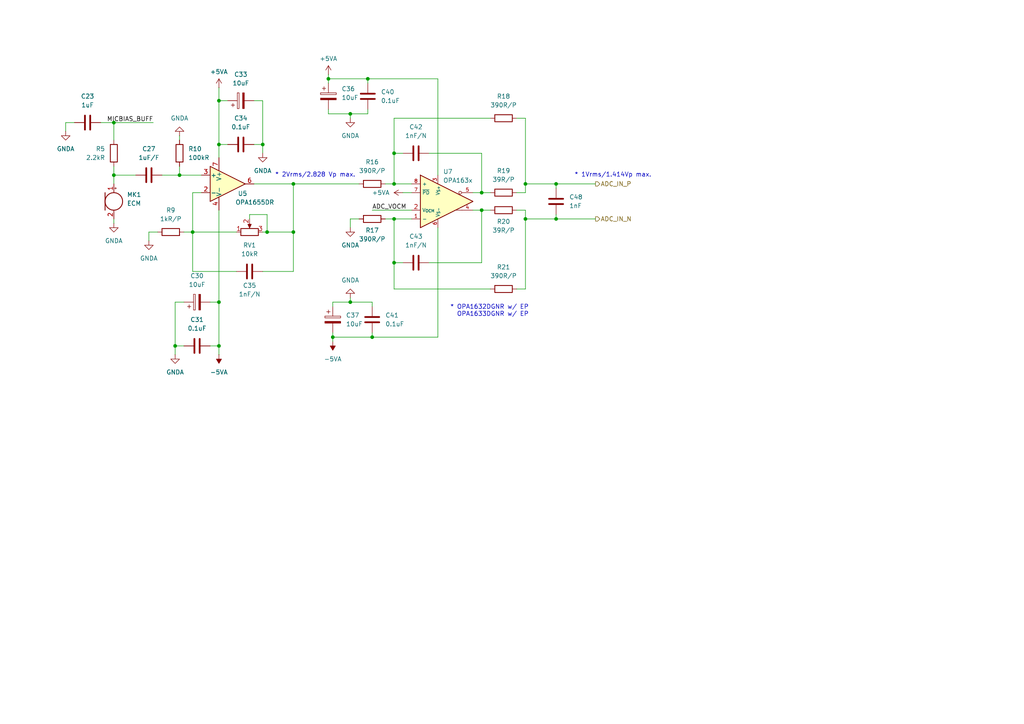
<source format=kicad_sch>
(kicad_sch (version 20250114) (generator "eeschema") (generator_version "9.0")
  (paper "A4")
  (lib_symbols
    (symbol "Amplifier_Difference:THS4521ID"
      (property "Reference" "U" (at 0 6.35 0))
      (property "Value" "THS4521ID" (at 10.16 -6.35 0))
      (symbol "THS4521ID_0_1"
        (polyline (pts (xy 4.4704 -2.54) (xy 2.54 -2.54)))
      )
      (symbol "THS4521ID_1_1"
        (polyline (pts (xy -7.62 7.62) (xy -7.62 -7.62) (xy 7.62 0) (xy -7.62 7.62)) (stroke (width 0.254)) (fill (type background)))
        (circle (center 3.937 2.54) (radius 0.4064))
        (pin input line (at -10.16 5.08 0) (length 2.54) (name "+") (number "8"))
        (pin input line (at -10.16 2.54 0) (length 2.54) (name "~{PD}") (number "7"))
        (pin input line (at -10.16 -2.54 0) (length 2.54) (name "V_{OCM}") (number "2"))
        (pin input line (at -10.16 -5.08 0) (length 2.54) (name "-") (number "1"))
        (pin power_in line (at -2.54 7.62 270) (length 2.54) (name "V_{S+}") (number "3"))
        (pin power_in line (at -2.54 -7.62 90) (length 2.54) (name "V_{S-}") (number "6"))
        (pin output line (at 7.62 2.54 180) (length 3.175) (name "") (number "5"))
        (pin output line (at 7.62 -2.54 180) (length 3.175) (name "") (number "4"))
      )
    )
    (symbol "Amplifier_Operational:OPA1641" (pin_names (offset 0.127))
      (property "Reference" "U" (at 3.81 3.81 0))
      (property "Value" "OPA1641" (at 3.81 -3.81 0))
      (symbol "OPA1641_0_1"
        (polyline (pts (xy 5.08 0) (xy -5.08 5.08) (xy -5.08 -5.08) (xy 5.08 0)) (stroke (width 0.254)) (fill (type background)))
      )
      (symbol "OPA1641_1_1"
        (pin input line (at -7.62 2.54 0) (length 2.54) (name "+") (number "3"))
        (pin input line (at -7.62 -2.54 0) (length 2.54) (name "-") (number "2"))
        (pin no_connect line (at -5.08 -2.54 90) (length 2.54) (hide yes) (name "NC") (number "8"))
        (pin power_in line (at -2.54 7.62 270) (length 3.81) (name "V+") (number "7"))
        (pin no_connect line (at -2.54 -2.54 90) (length 2.54) (hide yes) (name "NC") (number "1"))
        (pin power_in line (at -2.54 -7.62 90) (length 3.81) (name "V-") (number "4"))
        (pin no_connect line (at 0 -2.54 90) (length 2.54) (hide yes) (name "NC") (number "5"))
        (pin output line (at 7.62 0 180) (length 2.54) (name "~") (number "6"))
      )
    )
    (symbol "Device:C" (pin_numbers (hide yes)) (pin_names (offset 0.254))
      (property "Reference" "C" (at 0.635 2.54 0))
      (property "Value" "C" (at 0.635 -2.54 0))
      (symbol "C_0_1"
        (polyline (pts (xy -2.032 0.762) (xy 2.032 0.762)) (stroke (width 0.508)))
        (polyline (pts (xy -2.032 -0.762) (xy 2.032 -0.762)) (stroke (width 0.508)))
      )
      (symbol "C_1_1"
        (pin passive line (at 0 3.81 270) (length 2.794) (name "~") (number "1"))
        (pin passive line (at 0 -3.81 90) (length 2.794) (name "~") (number "2"))
      )
    )
    (symbol "Device:C_Polarized" (pin_numbers (hide yes)) (pin_names (offset 0.254))
      (property "Reference" "C" (at 0.635 2.54 0))
      (property "Value" "C_Polarized" (at 0.635 -2.54 0))
      (symbol "C_Polarized_0_1"
        (rectangle (start -2.286 0.508) (end 2.286 1.016))
        (polyline (pts (xy -1.778 2.286) (xy -0.762 2.286)))
        (polyline (pts (xy -1.27 2.794) (xy -1.27 1.778)))
        (rectangle (start 2.286 -0.508) (end -2.286 -1.016) (fill (type outline)))
      )
      (symbol "C_Polarized_1_1"
        (pin passive line (at 0 3.81 270) (length 2.794) (name "~") (number "1"))
        (pin passive line (at 0 -3.81 90) (length 2.794) (name "~") (number "2"))
      )
    )
    (symbol "Device:Microphone" (pin_names (offset 0.0254) (hide yes))
      (property "Reference" "MK1" (at 3.81 1.9686 0))
      (property "Value" "ECM" (at 3.81 -0.5714 0))
      (symbol "Microphone_0_1"
        (polyline (pts (xy -2.54 2.54) (xy -2.54 -2.54)) (stroke (width 0.254)))
        (circle (center 0 0) (radius 2.54) (stroke (width 0.254)))
        (polyline (pts (xy 0.254 3.81) (xy 0.762 3.81)))
        (polyline (pts (xy 0.508 4.064) (xy 0.508 3.556)))
      )
      (symbol "Microphone_1_1"
        (pin passive line (at 0 5.08 270) (length 2.54) (name "+") (number "1"))
        (pin passive line (at 0 -5.08 90) (length 2.54) (name "-") (number "2"))
      )
    )
    (symbol "Device:R" (pin_numbers (hide yes)) (pin_names (offset 0))
      (property "Reference" "R" (at 2.032 0 90))
      (property "Value" "R" (at 0 0 90))
      (symbol "R_0_1"
        (rectangle (start -1.016 -2.54) (end 1.016 2.54) (stroke (width 0.254)))
      )
      (symbol "R_1_1"
        (pin passive line (at 0 3.81 270) (length 1.27) (name "~") (number "1"))
        (pin passive line (at 0 -3.81 90) (length 1.27) (name "~") (number "2"))
      )
    )
    (symbol "Device:R_Potentiometer" (pin_names (offset 1.016) (hide yes))
      (property "Reference" "RV" (at -4.445 0 90))
      (property "Value" "R_Potentiometer" (at -2.54 0 90))
      (symbol "R_Potentiometer_0_1"
        (rectangle (start 1.016 2.54) (end -1.016 -2.54) (stroke (width 0.254)))
        (polyline (pts (xy 1.143 0) (xy 2.286 0.508) (xy 2.286 -0.508) (xy 1.143 0)) (fill (type outline)))
        (polyline (pts (xy 2.54 0) (xy 1.524 0)))
      )
      (symbol "R_Potentiometer_1_1"
        (pin passive line (at 0 3.81 270) (length 1.27) (name "1") (number "1"))
        (pin passive line (at 0 -3.81 90) (length 1.27) (name "3") (number "3"))
        (pin passive line (at 3.81 0 180) (length 1.27) (name "2") (number "2"))
      )
    )
    (symbol "power:+5VA" (power) (pin_numbers (hide yes)) (pin_names (offset 0) (hide yes))
      (property "Value" "+5VA" (at 0 3.556 0))
      (symbol "+5VA_0_1"
        (polyline (pts (xy -0.762 1.27) (xy 0 2.54)))
        (polyline (pts (xy 0 2.54) (xy 0.762 1.27)))
        (polyline (pts (xy 0 0) (xy 0 2.54)))
      )
      (symbol "+5VA_1_1"
        (pin power_in line (at 0 0 90) (length 0) (name "~") (number "1"))
      )
    )
    (symbol "power:-5VA" (power) (pin_numbers (hide yes)) (pin_names (offset 0) (hide yes))
      (property "Value" "-5VA" (at 0 3.556 0))
      (symbol "-5VA_0_0"
        (pin power_in line (at 0 0 90) (length 0) (name "~") (number "1"))
      )
      (symbol "-5VA_0_1"
        (polyline (pts (xy 0 0) (xy 0 1.27) (xy 0.762 1.27) (xy 0 2.54) (xy -0.762 1.27) (xy 0 1.27)) (fill (type outline)))
      )
    )
    (symbol "power:GNDA" (power) (pin_numbers (hide yes)) (pin_names (offset 0) (hide yes))
      (property "Value" "GNDA" (at 0 -3.81 0))
      (symbol "GNDA_0_1"
        (polyline (pts (xy 0 0) (xy 0 -1.27) (xy 1.27 -1.27) (xy 0 -2.54) (xy -1.27 -1.27) (xy 0 -1.27)))
      )
      (symbol "GNDA_1_1"
        (pin power_in line (at 0 0 270) (length 0) (name "~") (number "1"))
      )
    )
  )
  (text "* OPA1632DGNR w/ EP\n  OPA1633DGNR w/ EP" (at 130.556 90.17 0) (effects (font (size 1.27 1.27)) (justify left)))
  (text "* 1Vrms/1.414Vp max." (at 177.8 50.8 0) (effects (font (size 1.27 1.27))))
  (text "* 2Vrms/2.828 Vp max." (at 91.44 50.8 0) (effects (font (size 1.27 1.27))))
  (junction (at 114.3 63.5))
  (junction (at 63.5 29.21))
  (junction (at 63.5 87.63))
  (junction (at 114.3 44.45))
  (junction (at 139.7 60.96))
  (junction (at 114.3 53.34))
  (junction (at 95.25 22.86))
  (junction (at 152.4 53.34))
  (junction (at 52.07 50.8))
  (junction (at 85.09 53.34))
  (junction (at 50.8 100.33))
  (junction (at 101.6 33.02))
  (junction (at 139.7 55.88))
  (junction (at 152.4 63.5))
  (junction (at 33.02 50.8))
  (junction (at 85.09 67.31))
  (junction (at 33.02 35.56))
  (junction (at 106.68 22.86))
  (junction (at 96.52 97.79))
  (junction (at 63.5 41.91))
  (junction (at 76.2 41.91))
  (junction (at 101.6 87.63))
  (junction (at 77.47 67.31))
  (junction (at 55.88 67.31))
  (junction (at 161.29 63.5))
  (junction (at 63.5 100.33))
  (junction (at 114.3 76.2))
  (junction (at 107.95 97.79))
  (junction (at 161.29 53.34))
  (wire (pts (xy 73.66 53.34) (xy 85.09 53.34)))
  (wire (pts (xy 63.5 100.33) (xy 63.5 102.87)))
  (wire (pts (xy 63.5 87.63) (xy 63.5 100.33)))
  (wire (pts (xy 116.84 44.45) (xy 114.3 44.45)))
  (wire (pts (xy 114.3 34.29) (xy 114.3 44.45)))
  (wire (pts (xy 63.5 25.4) (xy 63.5 29.21)))
  (wire (pts (xy 33.02 48.26) (xy 33.02 50.8)))
  (wire (pts (xy 114.3 44.45) (xy 114.3 53.34)))
  (wire (pts (xy 127 22.86) (xy 127 50.8)))
  (wire (pts (xy 52.07 39.37) (xy 52.07 40.64)))
  (wire (pts (xy 72.39 63.5) (xy 72.39 62.23)))
  (wire (pts (xy 114.3 53.34) (xy 119.38 53.34)))
  (wire (pts (xy 149.86 83.82) (xy 152.4 83.82)))
  (wire (pts (xy 29.21 35.56) (xy 33.02 35.56)))
  (wire (pts (xy 152.4 53.34) (xy 161.29 53.34)))
  (wire (pts (xy 142.24 55.88) (xy 139.7 55.88)))
  (wire (pts (xy 116.84 76.2) (xy 114.3 76.2)))
  (wire (pts (xy 114.3 63.5) (xy 119.38 63.5)))
  (wire (pts (xy 127 66.04) (xy 127 97.79)))
  (wire (pts (xy 46.99 50.8) (xy 52.07 50.8)))
  (wire (pts (xy 101.6 87.63) (xy 96.52 87.63)))
  (wire (pts (xy 96.52 87.63) (xy 96.52 88.9)))
  (wire (pts (xy 33.02 50.8) (xy 33.02 53.34)))
  (wire (pts (xy 101.6 33.02) (xy 101.6 34.29)))
  (wire (pts (xy 73.66 29.21) (xy 76.2 29.21)))
  (wire (pts (xy 152.4 34.29) (xy 152.4 53.34)))
  (wire (pts (xy 50.8 87.63) (xy 50.8 100.33)))
  (wire (pts (xy 33.02 35.56) (xy 33.02 40.64)))
  (wire (pts (xy 63.5 100.33) (xy 60.96 100.33)))
  (wire (pts (xy 76.2 67.31) (xy 77.47 67.31)))
  (wire (pts (xy 107.95 60.96) (xy 119.38 60.96)))
  (wire (pts (xy 63.5 87.63) (xy 60.96 87.63)))
  (wire (pts (xy 53.34 100.33) (xy 50.8 100.33)))
  (wire (pts (xy 142.24 83.82) (xy 114.3 83.82)))
  (wire (pts (xy 43.18 67.31) (xy 45.72 67.31)))
  (wire (pts (xy 101.6 63.5) (xy 101.6 66.04)))
  (wire (pts (xy 142.24 34.29) (xy 114.3 34.29)))
  (wire (pts (xy 21.59 35.56) (xy 19.05 35.56)))
  (wire (pts (xy 55.88 67.31) (xy 68.58 67.31)))
  (wire (pts (xy 114.3 83.82) (xy 114.3 76.2)))
  (wire (pts (xy 101.6 86.36) (xy 101.6 87.63)))
  (wire (pts (xy 76.2 41.91) (xy 76.2 44.45)))
  (wire (pts (xy 63.5 29.21) (xy 66.04 29.21)))
  (wire (pts (xy 52.07 48.26) (xy 52.07 50.8)))
  (wire (pts (xy 96.52 97.79) (xy 96.52 99.06)))
  (wire (pts (xy 137.16 55.88) (xy 139.7 55.88)))
  (wire (pts (xy 50.8 100.33) (xy 50.8 102.87)))
  (wire (pts (xy 55.88 55.88) (xy 55.88 67.31)))
  (wire (pts (xy 149.86 60.96) (xy 152.4 60.96)))
  (wire (pts (xy 96.52 97.79) (xy 107.95 97.79)))
  (wire (pts (xy 95.25 33.02) (xy 101.6 33.02)))
  (wire (pts (xy 43.18 67.31) (xy 43.18 69.85)))
  (wire (pts (xy 152.4 63.5) (xy 152.4 83.82)))
  (wire (pts (xy 85.09 67.31) (xy 85.09 53.34)))
  (wire (pts (xy 137.16 60.96) (xy 139.7 60.96)))
  (wire (pts (xy 161.29 53.34) (xy 172.72 53.34)))
  (wire (pts (xy 53.34 67.31) (xy 55.88 67.31)))
  (wire (pts (xy 152.4 53.34) (xy 152.4 55.88)))
  (wire (pts (xy 161.29 62.23) (xy 161.29 63.5)))
  (wire (pts (xy 63.5 41.91) (xy 66.04 41.91)))
  (wire (pts (xy 33.02 35.56) (xy 44.45 35.56)))
  (wire (pts (xy 124.46 44.45) (xy 139.7 44.45)))
  (wire (pts (xy 72.39 62.23) (xy 77.47 62.23)))
  (wire (pts (xy 76.2 29.21) (xy 76.2 41.91)))
  (wire (pts (xy 52.07 50.8) (xy 58.42 50.8)))
  (wire (pts (xy 139.7 60.96) (xy 142.24 60.96)))
  (wire (pts (xy 96.52 96.52) (xy 96.52 97.79)))
  (wire (pts (xy 68.58 78.74) (xy 55.88 78.74)))
  (wire (pts (xy 127 22.86) (xy 106.68 22.86)))
  (wire (pts (xy 139.7 76.2) (xy 139.7 60.96)))
  (wire (pts (xy 95.25 31.75) (xy 95.25 33.02)))
  (wire (pts (xy 63.5 60.96) (xy 63.5 87.63)))
  (wire (pts (xy 33.02 63.5) (xy 33.02 64.77)))
  (wire (pts (xy 107.95 96.52) (xy 107.95 97.79)))
  (wire (pts (xy 149.86 55.88) (xy 152.4 55.88)))
  (wire (pts (xy 111.76 63.5) (xy 114.3 63.5)))
  (wire (pts (xy 106.68 22.86) (xy 95.25 22.86)))
  (wire (pts (xy 58.42 55.88) (xy 55.88 55.88)))
  (wire (pts (xy 19.05 35.56) (xy 19.05 38.1)))
  (wire (pts (xy 124.46 76.2) (xy 139.7 76.2)))
  (wire (pts (xy 111.76 53.34) (xy 114.3 53.34)))
  (wire (pts (xy 95.25 22.86) (xy 95.25 24.13)))
  (wire (pts (xy 114.3 76.2) (xy 114.3 63.5)))
  (wire (pts (xy 161.29 63.5) (xy 172.72 63.5)))
  (wire (pts (xy 127 97.79) (xy 107.95 97.79)))
  (wire (pts (xy 77.47 67.31) (xy 85.09 67.31)))
  (wire (pts (xy 53.34 87.63) (xy 50.8 87.63)))
  (wire (pts (xy 55.88 78.74) (xy 55.88 67.31)))
  (wire (pts (xy 106.68 31.75) (xy 106.68 33.02)))
  (wire (pts (xy 101.6 33.02) (xy 106.68 33.02)))
  (wire (pts (xy 161.29 53.34) (xy 161.29 54.61)))
  (wire (pts (xy 33.02 50.8) (xy 39.37 50.8)))
  (wire (pts (xy 119.38 55.88) (xy 116.84 55.88)))
  (wire (pts (xy 152.4 63.5) (xy 152.4 60.96)))
  (wire (pts (xy 63.5 41.91) (xy 63.5 45.72)))
  (wire (pts (xy 107.95 87.63) (xy 101.6 87.63)))
  (wire (pts (xy 63.5 29.21) (xy 63.5 41.91)))
  (wire (pts (xy 73.66 41.91) (xy 76.2 41.91)))
  (wire (pts (xy 77.47 62.23) (xy 77.47 67.31)))
  (wire (pts (xy 149.86 34.29) (xy 152.4 34.29)))
  (wire (pts (xy 85.09 53.34) (xy 104.14 53.34)))
  (wire (pts (xy 95.25 21.59) (xy 95.25 22.86)))
  (wire (pts (xy 107.95 87.63) (xy 107.95 88.9)))
  (wire (pts (xy 139.7 44.45) (xy 139.7 55.88)))
  (wire (pts (xy 152.4 63.5) (xy 161.29 63.5)))
  (wire (pts (xy 106.68 22.86) (xy 106.68 24.13)))
  (wire (pts (xy 76.2 78.74) (xy 85.09 78.74)))
  (wire (pts (xy 85.09 78.74) (xy 85.09 67.31)))
  (wire (pts (xy 104.14 63.5) (xy 101.6 63.5)))
  (label "ADC_VOCM" (at 107.95 60.96 0))
  (label "MICBIAS_BUFF" (at 44.45 35.56 180))
  (hierarchical_label "ADC_IN_P" (shape output) (at 172.72 53.34 0))
  (hierarchical_label "ADC_IN_N" (shape output) (at 172.72 63.5 0))
  (symbol (lib_id "Device:C_Polarized") (at 95.25 27.94 0) (unit 1)
    (property "Reference" "C36" (at 99.06 25.7809 0) (effects (justify left)))
    (property "Value" "10uF" (at 99.06 28.3209 0) (effects (justify left)))
    (property "Footprint" "Capacitor_Tantalum_SMD:CP_EIA-3216-10_Kemet-I" (effects (hide yes)))
    (property "Description" "Polarized capacitor" (effects (hide yes)))
    (property "Part No." "TCJA106M010R0200" (effects (hide yes)))
    (property "Vendor" "Kyocera AVX" (effects (hide yes)))
    (property "Fetched" "20" (effects (hide yes)))
    (instances (project "" (path "" (reference "C36") (unit 1))) (project "MizukiRA8M1v3" (path "" (reference "C?") (unit 1))))
  )
  (symbol (lib_id "Device:R") (at 146.05 55.88 90) (unit 1)
    (property "Reference" "R19" (at 146.05 49.53 90))
    (property "Value" "39R/P" (at 146.05 52.07 90))
    (property "Footprint" "Resistor_SMD:R_0603_1608Metric" (effects (hide yes)))
    (property "Description" "Resistor" (effects (hide yes)))
    (property "Part No." "PTFR0603B39R0Q9" (effects (hide yes)))
    (property "Vendor" "RESI" (effects (hide yes)))
    (instances (project "MizukiH743" (path "" (reference "R19") (unit 1))) (project "MizukiRA8M1v3" (path "" (reference "R?") (unit 1))))
  )
  (symbol (lib_id "Device:C") (at 57.15 100.33 270) (mirror x) (unit 1)
    (property "Reference" "C31" (at 57.15 92.71 90))
    (property "Value" "0.1uF" (at 57.15 95.25 90))
    (property "Footprint" "Capacitor_SMD:C_0603_1608Metric" (effects (hide yes)))
    (property "Description" "Unpolarized capacitor" (effects (hide yes)))
    (instances (project "MizukiH743" (path "" (reference "C31") (unit 1))) (project "MizukiRA8M1v3" (path "" (reference "C?") (unit 1))))
  )
  (symbol (lib_id "Amplifier_Difference:THS4521ID") (at 129.54 58.42 0) (unit 1)
    (property "Reference" "U7" (at 128.524 49.784 0) (effects (justify left)))
    (property "Value" "OPA163x" (at 128.524 52.324 0) (effects (justify left)))
    (property "Footprint" "Package_SO:SOIC-8_3.9x4.9mm_P1.27mm" (effects (hide yes)))
    (property "Datasheet" "https://www.ti.com/lit/ds/symlink/ths4521.pdf" (effects (hide yes)))
    (property "Description" "Very Low Power, Negative Rail Input, Rail to Rail Output, Fully Differential Amplifier, SOIC-8" (effects (hide yes)))
    (property "Part No." "OPA1632DR" (effects (hide yes)))
    (property "Vendor" "TI" (effects (hide yes)))
    (property "Fetched" "3" (effects (hide yes)))
    (instances (project "MizukiH743" (path "" (reference "U7") (unit 1))) (project "MizukiRA8M1v3" (path "" (reference "U?") (unit 1))))
  )
  (symbol (lib_id "power:GNDA") (at 101.6 86.36 0) (mirror x) (unit 1)
    (property "Reference" "#PWR053" (effects (hide yes)))
    (property "Value" "GNDA" (at 101.6 81.28 0))
    (property "Description" "Power symbol creates a global label with name \"GNDA\" , analog ground" (effects (hide yes)))
    (instances (project "MizukiH743" (path "" (reference "#PWR053") (unit 1))) (project "MizukiRA8M1v3" (path "" (reference "#PWR?") (unit 1))))
  )
  (symbol (lib_id "power:GNDA") (at 101.6 66.04 0) (unit 1)
    (property "Reference" "#PWR052" (effects (hide yes)))
    (property "Value" "GNDA" (at 101.6 71.12 0))
    (property "Description" "Power symbol creates a global label with name \"GNDA\" , analog ground" (effects (hide yes)))
    (instances (project "MizukiH743" (path "" (reference "#PWR052") (unit 1))) (project "MizukiRA8M1v3" (path "" (reference "#PWR?") (unit 1))))
  )
  (symbol (lib_id "power:+5VA") (at 63.5 25.4 0) (unit 1)
    (property "Reference" "#PWR044" (effects (hide yes)))
    (property "Value" "+5VA" (at 63.5 20.828 0))
    (property "Description" "Power symbol creates a global label with name \"+5VA\"" (effects (hide yes)))
    (instances (project "MizukiH743" (path "" (reference "#PWR044") (unit 1))) (project "MizukiRA8M1v3" (path "" (reference "#PWR?") (unit 1))))
  )
  (symbol (lib_id "Device:C") (at 69.85 41.91 90) (unit 1)
    (property "Reference" "C34" (at 69.85 34.29 90))
    (property "Value" "0.1uF" (at 69.85 36.83 90))
    (property "Footprint" "Capacitor_SMD:C_0603_1608Metric" (effects (hide yes)))
    (property "Description" "Unpolarized capacitor" (effects (hide yes)))
    (instances (project "MizukiH743" (path "" (reference "C34") (unit 1))) (project "MizukiRA8M1v3" (path "" (reference "C?") (unit 1))))
  )
  (symbol (lib_id "power:GNDA") (at 50.8 102.87 0) (mirror y) (unit 1)
    (property "Reference" "#PWR041" (effects (hide yes)))
    (property "Value" "GNDA" (at 50.8 107.95 0))
    (property "Description" "Power symbol creates a global label with name \"GNDA\" , analog ground" (effects (hide yes)))
    (instances (project "MizukiH743" (path "" (reference "#PWR041") (unit 1))) (project "MizukiRA8M1v3" (path "" (reference "#PWR?") (unit 1))))
  )
  (symbol (lib_id "power:-5VA") (at 63.5 102.87 0) (mirror x) (unit 1)
    (property "Reference" "#PWR045" (effects (hide yes)))
    (property "Value" "-5VA" (at 63.5 107.95 0))
    (property "Description" "Power symbol creates a global label with name \"-5VA\"" (effects (hide yes)))
    (instances (project "MizukiH743" (path "" (reference "#PWR045") (unit 1))) (project "MizukiRA8M1v3" (path "" (reference "#PWR?") (unit 1))))
  )
  (symbol (lib_id "Device:C") (at 25.4 35.56 270) (unit 1)
    (property "Reference" "C23" (at 25.4 27.94 90))
    (property "Value" "1uF" (at 25.4 30.48 90))
    (property "Footprint" "Capacitor_SMD:C_0603_1608Metric" (effects (hide yes)))
    (property "Description" "Unpolarized capacitor" (effects (hide yes)))
    (instances (project "MizukiH743" (path "" (reference "C23") (unit 1))) (project "MizukiRA8M1v3" (path "" (reference "C?") (unit 1))))
  )
  (symbol (lib_id "Device:C") (at 161.29 58.42 0) (unit 1)
    (property "Reference" "C48" (at 165.1 57.1499 0) (effects (justify left)))
    (property "Value" "1nF" (at 165.1 59.6899 0) (effects (justify left)))
    (property "Footprint" "Capacitor_SMD:C_0603_1608Metric" (effects (hide yes)))
    (property "Description" "Unpolarized capacitor" (effects (hide yes)))
    (instances (project "" (path "" (reference "C48") (unit 1))) (project "MizukiRA8M1v3" (path "" (reference "C?") (unit 1))))
  )
  (symbol (lib_id "power:-5VA") (at 96.52 99.06 0) (mirror x) (unit 1)
    (property "Reference" "#PWR050" (effects (hide yes)))
    (property "Value" "-5VA" (at 96.52 104.14 0))
    (property "Description" "Power symbol creates a global label with name \"-5VA\"" (effects (hide yes)))
    (instances (project "MizukiH743" (path "" (reference "#PWR050") (unit 1))) (project "MizukiRA8M1v3" (path "" (reference "#PWR?") (unit 1))))
  )
  (symbol (lib_id "Device:C_Polarized") (at 69.85 29.21 90) (unit 1)
    (property "Reference" "C33" (at 69.85 21.59 90))
    (property "Value" "10uF" (at 69.85 24.13 90))
    (property "Footprint" "Capacitor_Tantalum_SMD:CP_EIA-3216-10_Kemet-I" (effects (hide yes)))
    (property "Description" "Polarized capacitor" (effects (hide yes)))
    (property "Part No." "TCJA106M010R0200" (effects (hide yes)))
    (property "Vendor" "Kyocera AVX" (effects (hide yes)))
    (property "Fetched" "20" (effects (hide yes)))
    (instances (project "MizukiH743" (path "" (reference "C33") (unit 1))) (project "MizukiRA8M1v3" (path "" (reference "C?") (unit 1))))
  )
  (symbol (lib_id "Device:R") (at 33.02 44.45 0) (mirror y) (unit 1)
    (property "Reference" "R5" (at 30.48 43.1799 0) (effects (justify left)))
    (property "Value" "2.2kR" (at 30.48 45.7199 0) (effects (justify left)))
    (property "Footprint" "Resistor_SMD:R_0603_1608Metric" (effects (hide yes)))
    (property "Description" "Resistor" (effects (hide yes)))
    (instances (project "MizukiH743" (path "" (reference "R5") (unit 1))) (project "MizukiRA8M1v3" (path "" (reference "R?") (unit 1))))
  )
  (symbol (lib_id "power:GNDA") (at 76.2 44.45 0) (unit 1)
    (property "Reference" "#PWR046" (effects (hide yes)))
    (property "Value" "GNDA" (at 76.2 49.53 0))
    (property "Description" "Power symbol creates a global label with name \"GNDA\" , analog ground" (effects (hide yes)))
    (instances (project "MizukiH743" (path "" (reference "#PWR046") (unit 1))) (project "MizukiRA8M1v3" (path "" (reference "#PWR?") (unit 1))))
  )
  (symbol (lib_id "Device:R") (at 52.07 44.45 0) (unit 1)
    (property "Reference" "R10" (at 54.61 43.1799 0) (effects (justify left)))
    (property "Value" "100kR" (at 54.61 45.7199 0) (effects (justify left)))
    (property "Footprint" "Resistor_SMD:R_0603_1608Metric" (effects (hide yes)))
    (property "Description" "Resistor" (effects (hide yes)))
  )
  (symbol (lib_id "Device:C_Polarized") (at 57.15 87.63 90) (unit 1)
    (property "Reference" "C30" (at 57.15 80.01 90))
    (property "Value" "10uF" (at 57.15 82.55 90))
    (property "Footprint" "Capacitor_Tantalum_SMD:CP_EIA-3216-10_Kemet-I" (effects (hide yes)))
    (property "Description" "Polarized capacitor" (effects (hide yes)))
    (property "Part No." "TCJA106M010R0200" (effects (hide yes)))
    (property "Vendor" "Kyocera AVX" (effects (hide yes)))
    (property "Fetched" "20" (effects (hide yes)))
    (instances (project "MizukiH743" (path "" (reference "C30") (unit 1))) (project "MizukiRA8M1v3" (path "" (reference "C?") (unit 1))))
  )
  (symbol (lib_id "Device:C") (at 43.18 50.8 90) (unit 1)
    (property "Reference" "C27" (at 43.18 43.18 90))
    (property "Value" "1uF/F" (at 43.18 45.72 90))
    (property "Footprint" "Capacitor_SMD:C_1210_3225Metric" (effects (hide yes)))
    (property "Description" "Unpolarized capacitor" (effects (hide yes)))
    (property "Part No." "ECPU1C105MA5" (effects (hide yes)))
    (property "Vendor" "Panasonic" (effects (hide yes)))
    (property "Fetched" "4" (effects (hide yes)))
    (instances (project "MizukiH743" (path "" (reference "C27") (unit 1))) (project "MizukiRA8M1v3" (path "" (reference "C?") (unit 1))))
  )
  (symbol (lib_id "Device:C") (at 72.39 78.74 90) (unit 1)
    (property "Reference" "C35" (at 72.39 82.804 90))
    (property "Value" "1nF/N" (at 72.39 85.344 90))
    (property "Footprint" "Capacitor_SMD:C_0603_1608Metric" (effects (hide yes)))
    (property "Description" "Unpolarized capacitor" (effects (hide yes)))
    (property "Part No." "GRM1885C1H102JA01#" (effects (hide yes)))
    (property "Vendor" "muRata" (effects (hide yes)))
    (property "Fetched" "40" (effects (hide yes)))
    (instances (project "MizukiH743" (path "" (reference "C35") (unit 1))) (project "MizukiRA8M1v3" (path "" (reference "C?") (unit 1))))
  )
  (symbol (lib_id "Device:Microphone") (at 33.02 58.42 0) (unit 1)
    (property "Reference" "MK1" (at 36.83 56.4514 0) (effects (justify left)))
    (property "Value" "ECM" (at 36.83 58.9914 0) (effects (justify left)))
    (property "Footprint" "5-1814832-2:518148322" (effects (hide yes)))
    (property "Description" "Microphone" (effects (hide yes)))
    (property "Fetched" "5" (effects (hide yes)))
    (property "Part No." "BWSMA-KWE-Z001" (effects (hide yes)))
    (property "Vendor" "Bat Wireless" (effects (hide yes)))
    (instances (project "MizukiH743" (path "" (reference "MK1") (unit 1))) (project "MizukiRA8M1v3" (path "" (reference "MK?") (unit 1))))
  )
  (symbol (lib_id "Device:R") (at 146.05 60.96 90) (unit 1)
    (property "Reference" "R20" (at 146.05 64.262 90))
    (property "Value" "39R/P" (at 146.05 66.802 90))
    (property "Footprint" "Resistor_SMD:R_0603_1608Metric" (effects (hide yes)))
    (property "Description" "Resistor" (effects (hide yes)))
    (property "Part No." "PTFR0603B39R0Q9" (effects (hide yes)))
    (property "Vendor" "RESI" (effects (hide yes)))
    (instances (project "MizukiH743" (path "" (reference "R20") (unit 1))) (project "MizukiRA8M1v3" (path "" (reference "R?") (unit 1))))
  )
  (symbol (lib_id "Device:R") (at 146.05 34.29 90) (unit 1)
    (property "Reference" "R18" (at 146.05 27.94 90))
    (property "Value" "390R/P" (at 146.05 30.48 90))
    (property "Footprint" "Resistor_SMD:R_0603_1608Metric" (effects (hide yes)))
    (property "Description" "Resistor" (effects (hide yes)))
    (property "Part No." "RT0603BRD07390RL" (effects (hide yes)))
    (property "Vendor" "YAGEO" (effects (hide yes)))
    (instances (project "MizukiH743" (path "" (reference "R18") (unit 1))) (project "MizukiRA8M1v3" (path "" (reference "R?") (unit 1))))
  )
  (symbol (lib_id "Device:C") (at 120.65 44.45 90) (unit 1)
    (property "Reference" "C42" (at 120.65 36.83 90))
    (property "Value" "1nF/N" (at 120.65 39.37 90))
    (property "Footprint" "Capacitor_SMD:C_0603_1608Metric" (effects (hide yes)))
    (property "Description" "Unpolarized capacitor" (effects (hide yes)))
    (property "Part No." "GRM1885C1H102JA01#" (effects (hide yes)))
    (property "Vendor" "muRata" (effects (hide yes)))
    (property "Fetched" "40" (effects (hide yes)))
    (instances (project "MizukiH743" (path "" (reference "C42") (unit 1))) (project "MizukiRA8M1v3" (path "" (reference "C?") (unit 1))))
  )
  (symbol (lib_id "Device:R") (at 107.95 53.34 90) (unit 1)
    (property "Reference" "R16" (at 107.95 46.99 90))
    (property "Value" "390R/P" (at 107.95 49.53 90))
    (property "Footprint" "Resistor_SMD:R_0603_1608Metric" (effects (hide yes)))
    (property "Description" "Resistor" (effects (hide yes)))
    (property "Part No." "RT0603BRD07390RL" (effects (hide yes)))
    (property "Vendor" "YAGEO" (effects (hide yes)))
    (instances (project "MizukiH743" (path "" (reference "R16") (unit 1))) (project "MizukiRA8M1v3" (path "" (reference "R?") (unit 1))))
  )
  (symbol (lib_id "power:GNDA") (at 52.07 39.37 180) (unit 1)
    (property "Reference" "#PWR042" (effects (hide yes)))
    (property "Value" "GNDA" (at 52.07 34.29 0))
    (property "Description" "Power symbol creates a global label with name \"GNDA\" , analog ground" (effects (hide yes)))
  )
  (symbol (lib_id "Device:C") (at 107.95 92.71 0) (unit 1)
    (property "Reference" "C41" (at 111.76 91.4399 0) (effects (justify left)))
    (property "Value" "0.1uF" (at 111.76 93.9799 0) (effects (justify left)))
    (property "Footprint" "Capacitor_SMD:C_0603_1608Metric" (effects (hide yes)))
    (property "Description" "Unpolarized capacitor" (effects (hide yes)))
    (instances (project "MizukiH743" (path "" (reference "C41") (unit 1))) (project "MizukiRA8M1v3" (path "" (reference "C?") (unit 1))))
  )
  (symbol (lib_id "power:GNDA") (at 19.05 38.1 0) (unit 1)
    (property "Reference" "#PWR034" (effects (hide yes)))
    (property "Value" "GNDA" (at 19.05 43.18 0))
    (property "Description" "Power symbol creates a global label with name \"GNDA\" , analog ground" (effects (hide yes)))
    (instances (project "MizukiH743" (path "" (reference "#PWR034") (unit 1))) (project "MizukiRA8M1v3" (path "" (reference "#PWR?") (unit 1))))
  )
  (symbol (lib_id "Device:R") (at 146.05 83.82 90) (unit 1)
    (property "Reference" "R21" (at 146.05 77.47 90))
    (property "Value" "390R/P" (at 146.05 80.01 90))
    (property "Footprint" "Resistor_SMD:R_0603_1608Metric" (effects (hide yes)))
    (property "Description" "Resistor" (effects (hide yes)))
    (property "Part No." "RT0603BRD07390RL" (effects (hide yes)))
    (property "Vendor" "YAGEO" (effects (hide yes)))
    (instances (project "MizukiH743" (path "" (reference "R21") (unit 1))) (project "MizukiRA8M1v3" (path "" (reference "R?") (unit 1))))
  )
  (symbol (lib_id "Device:R") (at 107.95 63.5 90) (unit 1)
    (property "Reference" "R17" (at 107.95 66.802 90))
    (property "Value" "390R/P" (at 107.95 69.342 90))
    (property "Footprint" "Resistor_SMD:R_0603_1608Metric" (effects (hide yes)))
    (property "Description" "Resistor" (effects (hide yes)))
    (property "Part No." "RT0603BRD07390RL" (effects (hide yes)))
    (property "Vendor" "YAGEO" (effects (hide yes)))
    (instances (project "MizukiH743" (path "" (reference "R17") (unit 1))) (project "MizukiRA8M1v3" (path "" (reference "R?") (unit 1))))
  )
  (symbol (lib_id "power:GNDA") (at 33.02 64.77 0) (unit 1)
    (property "Reference" "#PWR035" (effects (hide yes)))
    (property "Value" "GNDA" (at 33.02 69.85 0))
    (property "Description" "Power symbol creates a global label with name \"GNDA\" , analog ground" (effects (hide yes)))
    (instances (project "MizukiH743" (path "" (reference "#PWR035") (unit 1))) (project "MizukiRA8M1v3" (path "" (reference "#PWR?") (unit 1))))
  )
  (symbol (lib_id "Device:C") (at 106.68 27.94 0) (unit 1)
    (property "Reference" "C40" (at 110.49 26.6699 0) (effects (justify left)))
    (property "Value" "0.1uF" (at 110.49 29.2099 0) (effects (justify left)))
    (property "Footprint" "Capacitor_SMD:C_0603_1608Metric" (effects (hide yes)))
    (property "Description" "Unpolarized capacitor" (effects (hide yes)))
    (instances (project "" (path "" (reference "C40") (unit 1))) (project "MizukiRA8M1v3" (path "" (reference "C?") (unit 1))))
  )
  (symbol (lib_id "Device:R") (at 49.53 67.31 90) (unit 1)
    (property "Reference" "R9" (at 49.53 60.96 90))
    (property "Value" "1kR/P" (at 49.53 63.5 90))
    (property "Footprint" "Resistor_SMD:R_0603_1608Metric" (effects (hide yes)))
    (property "Description" "Resistor" (effects (hide yes)))
    (property "Part No." "ERA3AEB102V" (effects (hide yes)))
    (property "Vendor" "Panasonic" (effects (hide yes)))
    (property "Fetched" "20" (effects (hide yes)))
    (instances (project "MizukiH743" (path "" (reference "R9") (unit 1))) (project "MizukiRA8M1v3" (path "" (reference "R?") (unit 1))))
  )
  (symbol (lib_id "Amplifier_Operational:OPA1641") (at 66.04 53.34 0) (unit 1)
    (property "Reference" "U5" (at 70.358 56.134 0))
    (property "Value" "OPA1655DR" (at 73.914 58.674 0))
    (property "Footprint" "Package_SO:SOIC-8_3.9x4.9mm_P1.27mm" (effects (hide yes)))
    (property "Datasheet" "http://www.ti.com/lit/ds/symlink/opa1641.pdf" (effects (hide yes)))
    (property "Description" "JFET input, ultralow distortion, low-noise operational amplifier, SOIC-8/VSSOP-8" (effects (hide yes)))
    (property "Part No." "OPA1655DR" (effects (hide yes)))
    (property "Vendor" "TI" (effects (hide yes)))
    (property "Fetched" "1" (effects (hide yes)))
    (instances (project "MizukiH743" (path "" (reference "U5") (unit 1))) (project "MizukiRA8M1v3" (path "" (reference "U?") (unit 1))))
  )
  (symbol (lib_id "power:+5VA") (at 116.84 55.88 90) (unit 1)
    (property "Reference" "#PWR055" (effects (hide yes)))
    (property "Value" "+5VA" (at 113.03 55.8799 90) (effects (justify left)))
    (property "Description" "Power symbol creates a global label with name \"+5VA\"" (effects (hide yes)))
    (instances (project "MizukiH743" (path "" (reference "#PWR055") (unit 1))) (project "MizukiRA8M1v3" (path "" (reference "#PWR?") (unit 1))))
  )
  (symbol (lib_id "Device:C_Polarized") (at 96.52 92.71 0) (unit 1)
    (property "Reference" "C37" (at 100.33 91.44 0) (effects (justify left)))
    (property "Value" "10uF" (at 100.33 93.98 0) (effects (justify left)))
    (property "Footprint" "Capacitor_Tantalum_SMD:CP_EIA-3216-10_Kemet-I" (effects (hide yes)))
    (property "Description" "Polarized capacitor" (effects (hide yes)))
    (property "Part No." "TCJA106M010R0200" (effects (hide yes)))
    (property "Vendor" "Kyocera AVX" (effects (hide yes)))
    (property "Fetched" "20" (effects (hide yes)))
    (instances (project "MizukiH743" (path "" (reference "C37") (unit 1))) (project "MizukiRA8M1v3" (path "" (reference "C?") (unit 1))))
  )
  (symbol (lib_id "Device:C") (at 120.65 76.2 90) (unit 1)
    (property "Reference" "C43" (at 120.65 68.58 90))
    (property "Value" "1nF/N" (at 120.65 71.12 90))
    (property "Footprint" "Capacitor_SMD:C_0603_1608Metric" (effects (hide yes)))
    (property "Description" "Unpolarized capacitor" (effects (hide yes)))
    (property "Part No." "GRM1885C1H102JA01#" (effects (hide yes)))
    (property "Vendor" "muRata" (effects (hide yes)))
    (property "Fetched" "40" (effects (hide yes)))
    (instances (project "MizukiH743" (path "" (reference "C43") (unit 1))) (project "MizukiRA8M1v3" (path "" (reference "C?") (unit 1))))
  )
  (symbol (lib_id "power:GNDA") (at 43.18 69.85 0) (unit 1)
    (property "Reference" "#PWR038" (effects (hide yes)))
    (property "Value" "GNDA" (at 43.18 74.93 0))
    (property "Description" "Power symbol creates a global label with name \"GNDA\" , analog ground" (effects (hide yes)))
    (instances (project "MizukiH743" (path "" (reference "#PWR038") (unit 1))) (project "MizukiRA8M1v3" (path "" (reference "#PWR?") (unit 1))))
  )
  (symbol (lib_id "Device:R_Potentiometer") (at 72.39 67.31 90) (unit 1)
    (property "Reference" "RV1" (at 72.39 71.12 90))
    (property "Value" "10kR" (at 72.39 73.66 90))
    (property "Footprint" "Potentiometer_SMD:Potentiometer_Bourns_TC33X_Vertical" (effects (hide yes)))
    (property "Description" "Potentiometer" (effects (hide yes)))
    (property "Part No." "TC33X-2-103E" (effects (hide yes)))
    (property "Vendor" "Bourns" (effects (hide yes)))
    (property "Fetched" "4" (effects (hide yes)))
    (instances (project "MizukiH743" (path "" (reference "RV1") (unit 1))) (project "MizukiRA8M1v3" (path "" (reference "RV?") (unit 1))))
  )
  (symbol (lib_id "power:GNDA") (at 101.6 34.29 0) (unit 1)
    (property "Reference" "#PWR051" (effects (hide yes)))
    (property "Value" "GNDA" (at 101.6 39.37 0))
    (property "Description" "Power symbol creates a global label with name \"GNDA\" , analog ground" (effects (hide yes)))
    (instances (project "" (path "" (reference "#PWR051") (unit 1))) (project "MizukiRA8M1v3" (path "" (reference "#PWR?") (unit 1))))
  )
  (symbol (lib_id "power:+5VA") (at 95.25 21.59 0) (unit 1)
    (property "Reference" "#PWR049" (effects (hide yes)))
    (property "Value" "+5VA" (at 95.25 17.018 0))
    (property "Description" "Power symbol creates a global label with name \"+5VA\"" (effects (hide yes)))
    (instances (project "MizukiH743" (path "" (reference "#PWR049") (unit 1))) (project "MizukiRA8M1v3" (path "" (reference "#PWR?") (unit 1))))
  )
)
</source>
